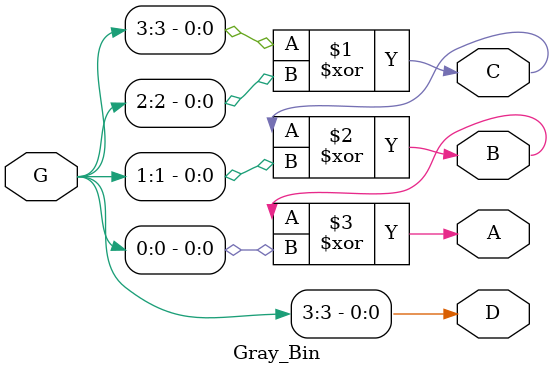
<source format=v>
`timescale 1ns / 1ps


module Gray_Bin(G,A,B,C,D);
    input  wire [3:0] G;
    output wire A;
    output wire B;
    output wire C;
    output wire D;

    assign D = G[3];
    assign C = G[3] ^ G[2];
    assign B = C    ^ G[1];
    assign A = B    ^ G[0];


endmodule

</source>
